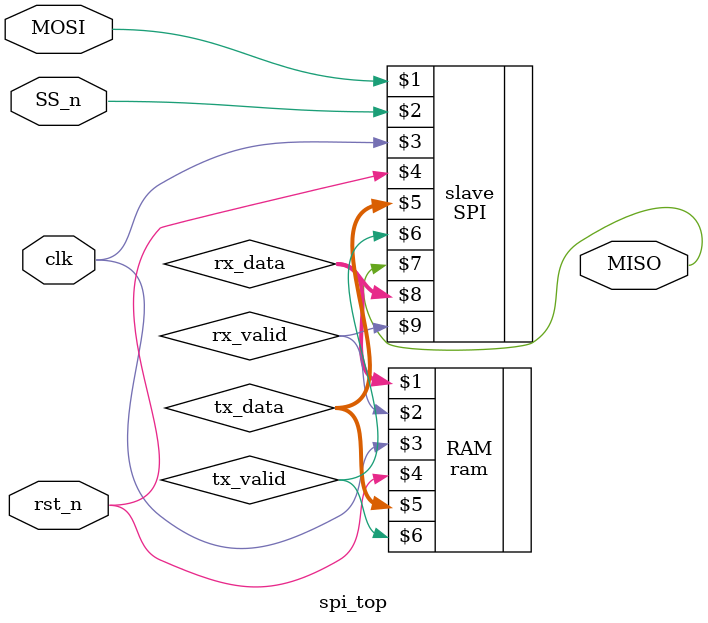
<source format=v>
module spi_top (
    input  wire MOSI,
    input  wire SS_n,
    input  wire clk, rst_n,
    output wire MISO
);

wire [7:0] tx_data;
wire       tx_valid;
wire [9:0] rx_data;
wire       rx_valid;

SPI slave(MOSI, SS_n, clk, rst_n, tx_data, tx_valid, MISO, rx_data, rx_valid);
ram RAM(rx_data, rx_valid, clk, rst_n, tx_data, tx_valid);

endmodule
</source>
